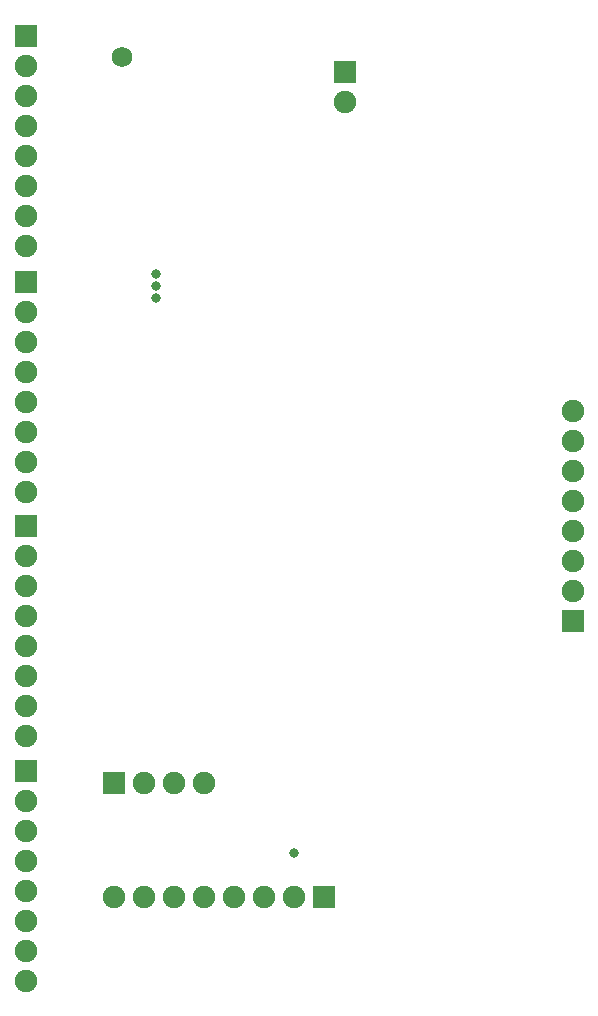
<source format=gbs>
G04*
G04 #@! TF.GenerationSoftware,Altium Limited,Altium Designer,19.0.14 (431)*
G04*
G04 Layer_Color=16711935*
%FSLAX25Y25*%
%MOIN*%
G70*
G01*
G75*
%ADD32C,0.06800*%
%ADD33R,0.07532X0.07532*%
%ADD34C,0.07532*%
%ADD35R,0.07532X0.07532*%
%ADD67C,0.03300*%
D32*
X44000Y318500D02*
D03*
D33*
X118500Y313500D02*
D03*
X12000Y325500D02*
D03*
Y162000D02*
D03*
Y80532D02*
D03*
Y243500D02*
D03*
X194500Y130500D02*
D03*
D34*
X118500Y303500D02*
D03*
X51500Y76500D02*
D03*
X61500D02*
D03*
X71500D02*
D03*
X12000Y255500D02*
D03*
Y265500D02*
D03*
Y275500D02*
D03*
Y285500D02*
D03*
Y315500D02*
D03*
Y305500D02*
D03*
Y295500D02*
D03*
Y92000D02*
D03*
Y102000D02*
D03*
Y112000D02*
D03*
Y122000D02*
D03*
Y152000D02*
D03*
Y142000D02*
D03*
Y132000D02*
D03*
Y10531D02*
D03*
Y20531D02*
D03*
Y30531D02*
D03*
Y40532D02*
D03*
Y70531D02*
D03*
Y60532D02*
D03*
Y50532D02*
D03*
Y173500D02*
D03*
Y183500D02*
D03*
Y193500D02*
D03*
Y203500D02*
D03*
Y233500D02*
D03*
Y223500D02*
D03*
Y213500D02*
D03*
X194500Y160500D02*
D03*
Y150500D02*
D03*
Y140500D02*
D03*
Y170500D02*
D03*
Y180500D02*
D03*
Y190500D02*
D03*
Y200500D02*
D03*
X41500Y38500D02*
D03*
X51500D02*
D03*
X61500D02*
D03*
X71500D02*
D03*
X101500D02*
D03*
X91500D02*
D03*
X81500D02*
D03*
D35*
X41500Y76500D02*
D03*
X111500Y38500D02*
D03*
D67*
X55358Y238000D02*
D03*
X55453Y242000D02*
D03*
X55374Y246000D02*
D03*
X101500Y53000D02*
D03*
M02*

</source>
